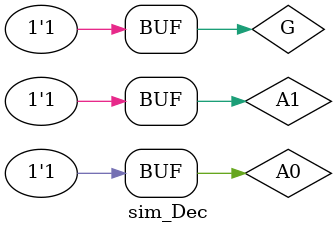
<source format=v>
`timescale 1ns / 1ps


module sim_Dec();
    //ÊäÈë
    reg G;//Ê¹ÄÜ¶Ë
    reg A1;//ÊäÈë
    reg A0;
    wire Y3;//Êä³ö£¬µÍµçÆ½ÓÐÐ§
    wire Y2;
    wire Y1;
    wire Y0;
    
    initial begin 
        G = 0;//ÓÐÐ§
        A1 = 0;
        A0 = 0;
        {A1,A0} = #10 0;
        {A1,A0} = #10 1;
        {A1,A0} = #10 2;
        {A1,A0} = #10 3;
        {A1,A0} = #10 0;
        G = #10 1;//ÎÞÐ§
        {A1,A0} = 0;
        {A1,A0} = #10 1;
        {A1,A0} = #10 2;
        {A1,A0} = #10 3;
    end
    _74LS139_Dec test_74LS194(G,A1,A0,Y3,Y2,Y1,Y0);
endmodule


</source>
